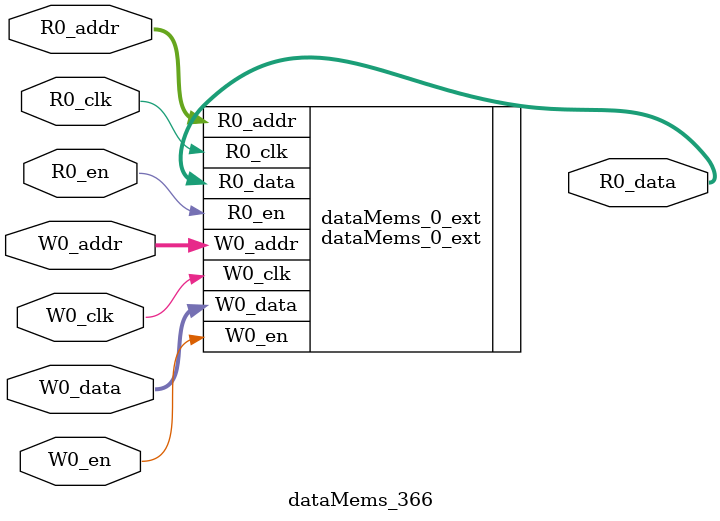
<source format=sv>
`ifndef RANDOMIZE
  `ifdef RANDOMIZE_REG_INIT
    `define RANDOMIZE
  `endif // RANDOMIZE_REG_INIT
`endif // not def RANDOMIZE
`ifndef RANDOMIZE
  `ifdef RANDOMIZE_MEM_INIT
    `define RANDOMIZE
  `endif // RANDOMIZE_MEM_INIT
`endif // not def RANDOMIZE

`ifndef RANDOM
  `define RANDOM $random
`endif // not def RANDOM

// Users can define 'PRINTF_COND' to add an extra gate to prints.
`ifndef PRINTF_COND_
  `ifdef PRINTF_COND
    `define PRINTF_COND_ (`PRINTF_COND)
  `else  // PRINTF_COND
    `define PRINTF_COND_ 1
  `endif // PRINTF_COND
`endif // not def PRINTF_COND_

// Users can define 'ASSERT_VERBOSE_COND' to add an extra gate to assert error printing.
`ifndef ASSERT_VERBOSE_COND_
  `ifdef ASSERT_VERBOSE_COND
    `define ASSERT_VERBOSE_COND_ (`ASSERT_VERBOSE_COND)
  `else  // ASSERT_VERBOSE_COND
    `define ASSERT_VERBOSE_COND_ 1
  `endif // ASSERT_VERBOSE_COND
`endif // not def ASSERT_VERBOSE_COND_

// Users can define 'STOP_COND' to add an extra gate to stop conditions.
`ifndef STOP_COND_
  `ifdef STOP_COND
    `define STOP_COND_ (`STOP_COND)
  `else  // STOP_COND
    `define STOP_COND_ 1
  `endif // STOP_COND
`endif // not def STOP_COND_

// Users can define INIT_RANDOM as general code that gets injected into the
// initializer block for modules with registers.
`ifndef INIT_RANDOM
  `define INIT_RANDOM
`endif // not def INIT_RANDOM

// If using random initialization, you can also define RANDOMIZE_DELAY to
// customize the delay used, otherwise 0.002 is used.
`ifndef RANDOMIZE_DELAY
  `define RANDOMIZE_DELAY 0.002
`endif // not def RANDOMIZE_DELAY

// Define INIT_RANDOM_PROLOG_ for use in our modules below.
`ifndef INIT_RANDOM_PROLOG_
  `ifdef RANDOMIZE
    `ifdef VERILATOR
      `define INIT_RANDOM_PROLOG_ `INIT_RANDOM
    `else  // VERILATOR
      `define INIT_RANDOM_PROLOG_ `INIT_RANDOM #`RANDOMIZE_DELAY begin end
    `endif // VERILATOR
  `else  // RANDOMIZE
    `define INIT_RANDOM_PROLOG_
  `endif // RANDOMIZE
`endif // not def INIT_RANDOM_PROLOG_

// Include register initializers in init blocks unless synthesis is set
`ifndef SYNTHESIS
  `ifndef ENABLE_INITIAL_REG_
    `define ENABLE_INITIAL_REG_
  `endif // not def ENABLE_INITIAL_REG_
`endif // not def SYNTHESIS

// Include rmemory initializers in init blocks unless synthesis is set
`ifndef SYNTHESIS
  `ifndef ENABLE_INITIAL_MEM_
    `define ENABLE_INITIAL_MEM_
  `endif // not def ENABLE_INITIAL_MEM_
`endif // not def SYNTHESIS

module dataMems_366(	// @[generators/ara/src/main/scala/UnsafeAXI4ToTL.scala:365:62]
  input  [4:0]  R0_addr,
  input         R0_en,
  input         R0_clk,
  output [66:0] R0_data,
  input  [4:0]  W0_addr,
  input         W0_en,
  input         W0_clk,
  input  [66:0] W0_data
);

  dataMems_0_ext dataMems_0_ext (	// @[generators/ara/src/main/scala/UnsafeAXI4ToTL.scala:365:62]
    .R0_addr (R0_addr),
    .R0_en   (R0_en),
    .R0_clk  (R0_clk),
    .R0_data (R0_data),
    .W0_addr (W0_addr),
    .W0_en   (W0_en),
    .W0_clk  (W0_clk),
    .W0_data (W0_data)
  );
endmodule


</source>
